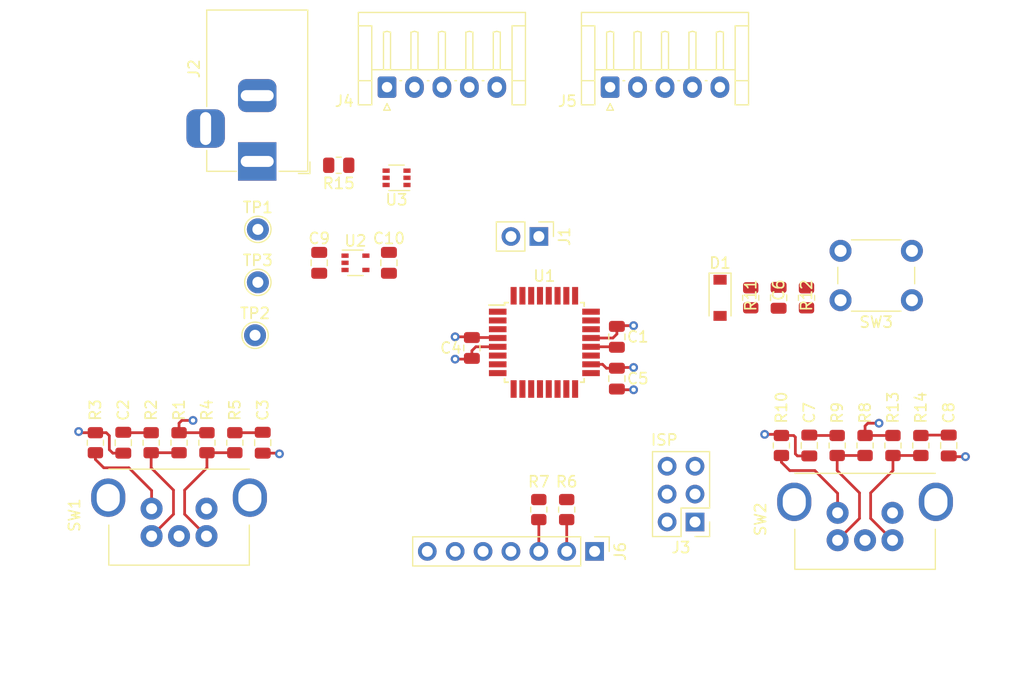
<source format=kicad_pcb>
(kicad_pcb (version 20211014) (generator pcbnew)
  (layers (0 "F.Cu" signal) (1 "In1.Cu" signal) (2 "In2.Cu" signal) (31 "B.Cu" signal) (34 "B.Paste" user) (35 "F.Paste" user) (36 "B.SilkS" user "B.Silkscreen") (37 "F.SilkS" user "F.Silkscreen") (38 "B.Mask" user) (39 "F.Mask" user) (44 "Edge.Cuts" user))
  (net 0 "")
  (net 1 "Net-(C1-Pad1)")
  (net 2 "GND")
  (net 3 "/ENC1_A")
  (net 4 "/ENC1_B")
  (net 5 "+3.3V")
  (net 6 "/~{RST}")
  (net 7 "/ENC2_A")
  (net 8 "/ENC2_B")
  (net 9 "+5V")
  (net 10 "/RXD")
  (net 11 "/TXD")
  (net 12 "/MISO")
  (net 13 "/SCK")
  (net 14 "/MOSI")
  (net 15 "/RING_SDA")
  (net 16 "/RING_SCL")
  (net 17 "/RING_SDB")
  (net 18 "/DISP_SDA")
  (net 19 "/DISP_SCL")
  (net 20 "/DISP_RST")
  (net 21 "/DISP_DC")
  (net 22 "/DISP_CS")
  (net 23 "Net-(R1-Pad2)")
  (net 24 "/ENC1_SW")
  (net 25 "Net-(R4-Pad2)")
  (net 26 "Net-(R8-Pad2)")
  (net 27 "/ENC2_SW")
  (net 28 "Net-(R12-Pad2)")
  (net 29 "Net-(R13-Pad2)")
  (footprint "Resistor_SMD:R_0805_2012Metric" (layer "F.Cu") (at 99.06 128.016 90)
    (fp_text reference "R2" (at 1.905 0 90) (layer "F.SilkS") (effects (justify left)))
    (fp_text value "10k")
    (fp_line (start -0.227064 -0.735) (end 0.227064 -0.735) (layer "F.SilkS") (width 0.12))
    (fp_line (start -0.227064 0.735) (end 0.227064 0.735) (layer "F.SilkS") (width 0.12))
    (pad "1" smd roundrect (at -0.9125 0 90) (size 1.025 1.4) (layers "F.Cu" "F.Paste" "F.Mask") (roundrect_rratio 0.243902) (net 23 "Net-(R1-Pad2)"))
    (pad "2" smd roundrect (at 0.9125 0 90) (size 1.025 1.4) (layers "F.Cu" "F.Paste" "F.Mask") (roundrect_rratio 0.243902) (net 3 "/ENC1_A"))
  )
  (footprint "Button_Switch_THT:SW_PUSH_6mm" (layer "F.Cu") (at 168.35 115.026 180)
    (fp_text reference "SW3" (at 3.25 -2) (layer "F.SilkS"))
    (fp_text value "SW_RESET")
    (fp_line (start 1 5.5) (end 5.5 5.5) (layer "F.SilkS") (width 0.12))
    (fp_line (start 5.5 -1) (end 1 -1) (layer "F.SilkS") (width 0.12))
    (fp_line (start 6.75 3) (end 6.75 1.5) (layer "F.SilkS") (width 0.12))
    (fp_line (start -0.25 1.5) (end -0.25 3) (layer "F.SilkS") (width 0.12))
    (pad "1" thru_hole circle (at 0 0 270) (size 2 2) (drill 1.1) (layers *.Cu *.Mask) (net 28 "Net-(R12-Pad2)"))
    (pad "1" thru_hole circle (at 6.5 0 270) (size 2 2) (drill 1.1) (layers *.Cu *.Mask) (net 28 "Net-(R12-Pad2)"))
    (pad "2" thru_hole circle (at 6.5 4.5 270) (size 2 2) (drill 1.1) (layers *.Cu *.Mask) (net 2 "GND"))
    (pad "2" thru_hole circle (at 0 4.5 270) (size 2 2) (drill 1.1) (layers *.Cu *.Mask) (net 2 "GND"))
  )
  (footprint "Capacitor_SMD:C_0805_2012Metric" (layer "F.Cu") (at 141.478 122.174 -90)
    (fp_text reference "C5" (at 0 -1.905 180) (layer "F.SilkS"))
    (fp_text value "100n")
    (fp_line (start -0.261252 -0.735) (end 0.261252 -0.735) (layer "F.SilkS") (width 0.12))
    (fp_line (start -0.261252 0.735) (end 0.261252 0.735) (layer "F.SilkS") (width 0.12))
    (pad "1" smd roundrect (at -0.95 0 270) (size 1 1.45) (layers "F.Cu" "F.Paste" "F.Mask") (net 5 "+3.3V"))
    (pad "2" smd roundrect (at 0.95 0 270) (size 1 1.45) (layers "F.Cu" "F.Paste" "F.Mask") (net 2 "GND"))
  )
  (footprint "Resistor_SMD:R_0805_2012Metric" (layer "F.Cu") (at 153.67 114.808 -90)
    (fp_text reference "R11" (at -1.778 0 90) (layer "F.SilkS") (effects (justify right)))
    (fp_text value "10k")
    (fp_line (start -0.227064 0.735) (end 0.227064 0.735) (layer "F.SilkS") (width 0.12))
    (fp_line (start -0.227064 -0.735) (end 0.227064 -0.735) (layer "F.SilkS") (width 0.12))
    (pad "1" smd roundrect (at -0.9125 0 270) (size 1.025 1.4) (layers "F.Cu" "F.Paste" "F.Mask") (roundrect_rratio 0.243902) (net 5 "+3.3V"))
    (pad "2" smd roundrect (at 0.9125 0 270) (size 1.025 1.4) (layers "F.Cu" "F.Paste" "F.Mask") (roundrect_rratio 0.243902) (net 6 "/~{RST}"))
  )
  (footprint "Resistor_SMD:R_0805_2012Metric" (layer "F.Cu") (at 93.98 128.016 90)
    (fp_text reference "R3" (at 1.905 0 270) (layer "F.SilkS") (effects (justify left)))
    (fp_text value "10k")
    (fp_line (start -0.227064 -0.735) (end 0.227064 -0.735) (layer "F.SilkS") (width 0.12))
    (fp_line (start -0.227064 0.735) (end 0.227064 0.735) (layer "F.SilkS") (width 0.12))
    (pad "1" smd roundrect (at -0.9125 0 90) (size 1.025 1.4) (layers "F.Cu" "F.Paste" "F.Mask") (roundrect_rratio 0.243902) (net 24 "/ENC1_SW"))
    (pad "2" smd roundrect (at 0.9125 0 90) (size 1.025 1.4) (layers "F.Cu" "F.Paste" "F.Mask") (roundrect_rratio 0.243902) (net 2 "GND"))
  )
  (footprint "Resistor_SMD:R_0805_2012Metric" (layer "F.Cu") (at 104.14 128.016 -90)
    (fp_text reference "R4" (at -1.905 0 -90) (layer "F.SilkS") (effects (justify left)))
    (fp_text value "10k")
    (fp_line (start -0.227064 0.735) (end 0.227064 0.735) (layer "F.SilkS") (width 0.12))
    (fp_line (start -0.227064 -0.735) (end 0.227064 -0.735) (layer "F.SilkS") (width 0.12))
    (pad "1" smd roundrect (at -0.9125 0 270) (size 1.025 1.4) (layers "F.Cu" "F.Paste" "F.Mask") (roundrect_rratio 0.243902) (net 5 "+3.3V"))
    (pad "2" smd roundrect (at 0.9125 0 270) (size 1.025 1.4) (layers "F.Cu" "F.Paste" "F.Mask") (roundrect_rratio 0.243902) (net 25 "Net-(R4-Pad2)"))
  )
  (footprint "Capacitor_SMD:C_0805_2012Metric" (layer "F.Cu") (at 128.27 119.38 -90)
    (fp_text reference "C4" (at 0 1.905 180) (layer "F.SilkS"))
    (fp_text value "100n")
    (fp_line (start -0.261252 -0.735) (end 0.261252 -0.735) (layer "F.SilkS") (width 0.12))
    (fp_line (start -0.261252 0.735) (end 0.261252 0.735) (layer "F.SilkS") (width 0.12))
    (pad "1" smd roundrect (at -0.95 0 270) (size 1 1.45) (layers "F.Cu" "F.Paste" "F.Mask") (net 5 "+3.3V"))
    (pad "2" smd roundrect (at 0.95 0 270) (size 1 1.45) (layers "F.Cu" "F.Paste" "F.Mask") (net 2 "GND"))
  )
  (footprint "Connector_PinHeader_2.54mm:PinHeader_1x07_P2.54mm_Vertical" (layer "F.Cu") (at 139.451 137.922 -90)
    (fp_text reference "J6" (at 0 -2.33 90) (layer "F.SilkS"))
    (fp_text value "OLED_Display")
    (fp_line (start -1.33 -1.33) (end 0 -1.33) (layer "F.SilkS") (width 0.12))
    (fp_line (start -1.33 1.27) (end -1.33 16.57) (layer "F.SilkS") (width 0.12))
    (fp_line (start 1.33 1.27) (end 1.33 16.57) (layer "F.SilkS") (width 0.12))
    (fp_line (start -1.33 16.57) (end 1.33 16.57) (layer "F.SilkS") (width 0.12))
    (fp_line (start -1.33 1.27) (end 1.33 1.27) (layer "F.SilkS") (width 0.12))
    (fp_line (start -1.33 0) (end -1.33 -1.33) (layer "F.SilkS") (width 0.12))
    (pad "1" thru_hole rect (at 0 0 270) (size 1.7 1.7) (drill 1) (layers *.Cu *.Mask) (net 5 "+3.3V"))
    (pad "2" thru_hole oval (at 0 2.54 270) (size 1.7 1.7) (drill 1) (layers *.Cu *.Mask) (net 18 "/DISP_SDA"))
    (pad "3" thru_hole oval (at 0 5.08 270) (size 1.7 1.7) (drill 1) (layers *.Cu *.Mask) (net 19 "/DISP_SCL"))
    (pad "4" thru_hole oval (at 0 7.62 270) (size 1.7 1.7) (drill 1) (layers *.Cu *.Mask) (net 20 "/DISP_RST"))
    (pad "5" thru_hole oval (at 0 10.16 270) (size 1.7 1.7) (drill 1) (layers *.Cu *.Mask) (net 21 "/DISP_DC"))
    (pad "6" thru_hole oval (at 0 12.7 270) (size 1.7 1.7) (drill 1) (layers *.Cu *.Mask) (net 22 "/DISP_CS"))
    (pad "7" thru_hole oval (at 0 15.24 270) (size 1.7 1.7) (drill 1) (layers *.Cu *.Mask) (net 2 "GND"))
  )
  (footprint "TestPoint:TestPoint_THTPad_D2.0mm_Drill1.0mm" (layer "F.Cu") (at 108.778 113.396)
    (fp_text reference "TP3" (at 0 -1.998) (layer "F.SilkS"))
    (fp_text value "TestPoint")
    (fp_circle (center 0 0) (end 0 1.2) (layer "F.SilkS") (width 0.12) (fill none))
    (pad "1" thru_hole circle (at 0 0) (size 2 2) (drill 1) (layers *.Cu *.Mask) (net 5 "+3.3V"))
  )
  (footprint "Package_TO_SOT_SMD:SOT-363_SC-70-6" (layer "F.Cu") (at 121.4095 103.871 180)
    (fp_text reference "U3" (at 0 -2) (layer "F.SilkS"))
    (fp_text value "DRTR5V0U4S-7")
    (fp_line (start 0.7 -1.16) (end -1.2 -1.16) (layer "F.SilkS") (width 0.12))
    (fp_line (start -0.7 1.16) (end 0.7 1.16) (layer "F.SilkS") (width 0.12))
    (pad "1" smd rect (at -0.95 -0.65 180) (size 0.65 0.4) (layers "F.Cu" "F.Paste" "F.Mask") (net 15 "/RING_SDA"))
    (pad "2" smd rect (at -0.95 0 180) (size 0.65 0.4) (layers "F.Cu" "F.Paste" "F.Mask") (net 2 "GND"))
    (pad "3" smd rect (at -0.95 0.65 180) (size 0.65 0.4) (layers "F.Cu" "F.Paste" "F.Mask") (net 16 "/RING_SCL"))
    (pad "4" smd rect (at 0.95 0.65 180) (size 0.65 0.4) (layers "F.Cu" "F.Paste" "F.Mask") (net 17 "/RING_SDB"))
    (pad "5" smd rect (at 0.95 0 180) (size 0.65 0.4) (layers "F.Cu" "F.Paste" "F.Mask") (net 9 "+5V"))
    (pad "6" smd rect (at 0.95 -0.65 180) (size 0.65 0.4) (layers "F.Cu" "F.Paste" "F.Mask"))
  )
  (footprint "Resistor_SMD:R_0805_2012Metric" (layer "F.Cu") (at 106.68 128.016 90)
    (fp_text reference "R5" (at 1.905 0 270) (layer "F.SilkS") (effects (justify left)))
    (fp_text value "10k")
    (fp_line (start -0.227064 0.735) (end 0.227064 0.735) (layer "F.SilkS") (width 0.12))
    (fp_line (start -0.227064 -0.735) (end 0.227064 -0.735) (layer "F.SilkS") (width 0.12))
    (pad "1" smd roundrect (at -0.9125 0 90) (size 1.025 1.4) (layers "F.Cu" "F.Paste" "F.Mask") (roundrect_rratio 0.243902) (net 25 "Net-(R4-Pad2)"))
    (pad "2" smd roundrect (at 0.9125 0 90) (size 1.025 1.4) (layers "F.Cu" "F.Paste" "F.Mask") (roundrect_rratio 0.243902) (net 4 "/ENC1_B"))
  )
  (footprint "Capacitor_SMD:C_0805_2012Metric" (layer "F.Cu") (at 171.704 128.27 90)
    (fp_text reference "C8" (at 1.905 0 90) (layer "F.SilkS") (effects (justify left)))
    (fp_text value "0.01u")
    (fp_line (start -0.261252 0.735) (end 0.261252 0.735) (layer "F.SilkS") (width 0.12))
    (fp_line (start -0.261252 -0.735) (end 0.261252 -0.735) (layer "F.SilkS") (width 0.12))
    (pad "1" smd roundrect (at -0.95 0 90) (size 1 1.45) (layers "F.Cu" "F.Paste" "F.Mask") (net 2 "GND"))
    (pad "2" smd roundrect (at 0.95 0 90) (size 1 1.45) (layers "F.Cu" "F.Paste" "F.Mask") (net 8 "/ENC2_B"))
  )
  (footprint "Capacitor_SMD:C_0805_2012Metric" (layer "F.Cu") (at 96.52 128.016 -90)
    (fp_text reference "C2" (at -1.905 0 -90) (layer "F.SilkS") (effects (justify left)))
    (fp_text value "0.01u")
    (fp_line (start -0.261252 -0.735) (end 0.261252 -0.735) (layer "F.SilkS") (width 0.12))
    (fp_line (start -0.261252 0.735) (end 0.261252 0.735) (layer "F.SilkS") (width 0.12))
    (pad "1" smd roundrect (at -0.95 0 270) (size 1 1.45) (layers "F.Cu" "F.Paste" "F.Mask") (net 3 "/ENC1_A"))
    (pad "2" smd roundrect (at 0.95 0 270) (size 1 1.45) (layers "F.Cu" "F.Paste" "F.Mask") (net 2 "GND"))
  )
  (footprint "TestPoint:TestPoint_THTPad_D2.0mm_Drill1.0mm" (layer "F.Cu") (at 108.524 118.222)
    (fp_text reference "TP2" (at 0 -1.998) (layer "F.SilkS"))
    (fp_text value "TestPoint")
    (fp_circle (center 0 0) (end 0 1.2) (layer "F.SilkS") (width 0.12) (fill none))
    (pad "1" thru_hole circle (at 0 0) (size 2 2) (drill 1) (layers *.Cu *.Mask) (net 2 "GND"))
  )
  (footprint "Capacitor_SMD:C_0805_2012Metric" (layer "F.Cu") (at 120.716 111.618 -90)
    (fp_text reference "C10" (at -2.225 0 180) (layer "F.SilkS"))
    (fp_text value "1u")
    (fp_line (start -0.261252 0.735) (end 0.261252 0.735) (layer "F.SilkS") (width 0.12))
    (fp_line (start -0.261252 -0.735) (end 0.261252 -0.735) (layer "F.SilkS") (width 0.12))
    (pad "1" smd roundrect (at -0.95 0 270) (size 1 1.45) (layers "F.Cu" "F.Paste" "F.Mask") (net 5 "+3.3V"))
    (pad "2" smd roundrect (at 0.95 0 270) (size 1 1.45) (layers "F.Cu" "F.Paste" "F.Mask") (net 2 "GND"))
  )
  (footprint "Resistor_SMD:R_0805_2012Metric" (layer "F.Cu") (at 116.144 102.728 180)
    (fp_text reference "R15" (at 0 -1.65) (layer "F.SilkS"))
    (fp_text value "100k")
    (fp_line (start -0.227064 -0.735) (end 0.227064 -0.735) (layer "F.SilkS") (width 0.12))
    (fp_line (start -0.227064 0.735) (end 0.227064 0.735) (layer "F.SilkS") (width 0.12))
    (pad "1" smd roundrect (at -0.9125 0 180) (size 1.025 1.4) (layers "F.Cu" "F.Paste" "F.Mask") (roundrect_rratio 0.243902) (net 17 "/RING_SDB"))
    (pad "2" smd roundrect (at 0.9125 0 180) (size 1.025 1.4) (layers "F.Cu" "F.Paste" "F.Mask") (roundrect_rratio 0.243902) (net 2 "GND"))
  )
  (footprint "Resistor_SMD:R_0805_2012Metric" (layer "F.Cu") (at 166.624 128.27 -90)
    (fp_text reference "R13" (at -1.905 0 -90) (layer "F.SilkS") (effects (justify left)))
    (fp_text value "10k")
    (fp_line (start -0.227064 -0.735) (end 0.227064 -0.735) (layer "F.SilkS") (width 0.12))
    (fp_line (start -0.227064 0.735) (end 0.227064 0.735) (layer "F.SilkS") (width 0.12))
    (pad "1" smd roundrect (at -0.9125 0 270) (size 1.025 1.4) (layers "F.Cu" "F.Paste" "F.Mask") (roundrect_rratio 0.243902) (net 5 "+3.3V"))
    (pad "2" smd roundrect (at 0.9125 0 270) (size 1.025 1.4) (layers "F.Cu" "F.Paste" "F.Mask") (roundrect_rratio 0.243902) (net 29 "Net-(R13-Pad2)"))
  )
  (footprint "Resistor_SMD:R_0805_2012Metric" (layer "F.Cu") (at 101.6 128.016 -90)
    (fp_text reference "R1" (at -1.905 0 -90) (layer "F.SilkS") (effects (justify left)))
    (fp_text value "10k")
    (fp_line (start -0.227064 -0.735) (end 0.227064 -0.735) (layer "F.SilkS") (width 0.12))
    (fp_line (start -0.227064 0.735) (end 0.227064 0.735) (layer "F.SilkS") (width 0.12))
    (pad "1" smd roundrect (at -0.9125 0 270) (size 1.025 1.4) (layers "F.Cu" "F.Paste" "F.Mask") (roundrect_rratio 0.243902) (net 5 "+3.3V"))
    (pad "2" smd roundrect (at 0.9125 0 270) (size 1.025 1.4) (layers "F.Cu" "F.Paste" "F.Mask") (roundrect_rratio 0.243902) (net 23 "Net-(R1-Pad2)"))
  )
  (footprint "Connector_PinHeader_2.54mm:PinHeader_2x03_P2.54mm_Vertical" (layer "F.Cu") (at 148.595 135.24 180)
    (fp_text reference "J3" (at 1.27 -2.33) (layer "F.SilkS"))
    (fp_text value "AVR-ISP-6")
    (fp_line (start -1.33 6.41) (end 3.87 6.41) (layer "F.SilkS") (width 0.12))
    (fp_line (start 3.87 -1.33) (end 3.87 6.41) (layer "F.SilkS") (width 0.12))
    (fp_line (start -1.33 -1.33) (end 0 -1.33) (layer "F.SilkS") (width 0.12))
    (fp_line (start 1.27 -1.33) (end 3.87 -1.33) (layer "F.SilkS") (width 0.12))
    (fp_line (start 1.27 1.27) (end 1.27 -1.33) (layer "F.SilkS") (width 0.12))
    (fp_line (start -1.33 1.27) (end -1.33 6.41) (layer "F.SilkS") (width 0.12))
    (fp_line (start -1.33 0) (end -1.33 -1.33) (layer "F.SilkS") (width 0.12))
    (fp_line (start -1.33 1.27) (end 1.27 1.27) (layer "F.SilkS") (width 0.12))
    (pad "1" thru_hole rect (at 0 0 180) (size 1.7 1.7) (drill 1) (layers *.Cu *.Mask) (net 12 "/MISO"))
    (pad "2" thru_hole oval (at 2.54 0 180) (size 1.7 1.7) (drill 1) (layers *.Cu *.Mask) (net 5 "+3.3V"))
    (pad "3" thru_hole oval (at 0 2.54 180) (size 1.7 1.7) (drill 1) (layers *.Cu *.Mask) (net 13 "/SCK"))
    (pad "4" thru_hole oval (at 2.54 2.54 180) (size 1.7 1.7) (drill 1) (layers *.Cu *.Mask) (net 14 "/MOSI"))
    (pad "5" thru_hole oval (at 0 5.08 180) (size 1.7 1.7) (drill 1) (layers *.Cu *.Mask) (net 6 "/~{RST}"))
    (pad "6" thru_hole oval (at 2.54 5.08 180) (size 1.7 1.7) (drill 1) (layers *.Cu *.Mask) (net 2 "GND"))
  )
  (footprint "earendel:PEC12R-2120F-S0012" (layer "F.Cu") (at 164.084 136.906)
    (fp_text reference "SW2" (at -9.525 -1.905 90 unlocked) (layer "F.SilkS"))
    (fp_text value "PEC12R-2120F-S0012")
    (fp_line (start -6.4 2.65) (end -6.4 -1) (layer "F.SilkS") (width 0.12))
    (fp_line (start 6.4 2.65) (end 6.4 -1) (layer "F.SilkS") (width 0.12))
    (fp_line (start -6.35 2.65) (end 6.4 2.65) (layer "F.SilkS") (width 0.12))
    (fp_line (start -6.4 -6.1) (end 6.4 -6.1) (layer "F.SilkS") (width 0.12))
    (pad "" thru_hole oval (at -6.45 -3.5) (size 3.1 3.5) (drill oval 2.1 2.5) (layers *.Cu *.Mask))
    (pad "" thru_hole oval (at 6.45 -3.5) (size 3.1 3.5) (drill oval 2.1 2.5) (layers *.Cu *.Mask))
    (pad "A" thru_hole circle (at -2.5 0) (size 2 2) (drill 1) (layers *.Cu *.Mask) (net 26 "Net-(R8-Pad2)"))
    (pad "B" thru_hole circle (at 2.5 0) (size 2 2) (drill 1) (layers *.Cu *.Mask) (net 29 "Net-(R13-Pad2)"))
    (pad "C" thru_hole circle (at 0 0) (size 2 2) (drill 1) (layers *.Cu *.Mask) (net 2 "GND"))
    (pad "S1" thru_hole circle (at -2.5 -2.5) (size 2 2) (drill 1) (layers *.Cu *.Mask) (net 27 "/ENC2_SW"))
    (pad "S2" thru_hole circle (at 2.5 -2.5) (size 2 2) (drill 1) (layers *.Cu *.Mask) (net 5 "+3.3V"))
  )
  (footprint "Resistor_SMD:R_0805_2012Metric" (layer "F.Cu") (at 158.75 114.808 90)
    (fp_text reference "R12" (at 1.778 0 90) (layer "F.SilkS") (effects (justify right)))
    (fp_text value "330")
    (fp_line (start -0.227064 0.735) (end 0.227064 0.735) (layer "F.SilkS") (width 0.12))
    (fp_line (start -0.227064 -0.735) (end 0.227064 -0.735) (layer "F.SilkS") (width 0.12))
    (pad "1" smd roundrect (at -0.9125 0 90) (size 1.025 1.4) (layers "F.Cu" "F.Paste" "F.Mask") (roundrect_rratio 0.243902) (net 6 "/~{RST}"))
    (pad "2" smd roundrect (at 0.9125 0 90) (size 1.025 1.4) (layers "F.Cu" "F.Paste" "F.Mask") (roundrect_rratio 0.243902) (net 28 "Net-(R12-Pad2)"))
  )
  (footprint "Connector_PinHeader_2.54mm:PinHeader_1x02_P2.54mm_Vertical" (layer "F.Cu") (at 134.371 109.22 -90)
    (fp_text reference "J1" (at 0 -2.33 90) (layer "F.SilkS"))
    (fp_text value "UART")
    (fp_line (start -1.33 -1.33) (end 0 -1.33) (layer "F.SilkS") (width 0.12))
    (fp_line (start 1.33 1.27) (end 1.33 3.87) (layer "F.SilkS") (width 0.12))
    (fp_line (start -1.33 1.27) (end -1.33 3.87) (layer "F.SilkS") (width 0.12))
    (fp_line (start -1.33 3.87) (end 1.33 3.87) (layer "F.SilkS") (width 0.12))
    (fp_line (start -1.33 1.27) (end 1.33 1.27) (layer "F.SilkS") (width 0.12))
    (fp_line (start -1.33 0) (end -1.33 -1.33) (layer "F.SilkS") (width 0.12))
    (pad "1" thru_hole rect (at 0 0 270) (size 1.7 1.7) (drill 1) (layers *.Cu *.Mask) (net 10 "/RXD"))
    (pad "2" thru_hole oval (at 0 2.54 270) (size 1.7 1.7) (drill 1) (layers *.Cu *.Mask) (net 11 "/TXD"))
  )
  (footprint "Capacitor_SMD:C_0805_2012Metric" (layer "F.Cu") (at 141.478 118.364 90)
    (fp_text reference "C1" (at 0 1.905 180) (layer "F.SilkS"))
    (fp_text value "100n")
    (fp_line (start -0.261252 0.735) (end 0.261252 0.735) (layer "F.SilkS") (width 0.12))
    (fp_line (start -0.261252 -0.735) (end 0.261252 -0.735) (layer "F.SilkS") (width 0.12))
    (pad "1" smd roundrect (at -0.95 0 90) (size 1 1.45) (layers "F.Cu" "F.Paste" "F.Mask") (net 1 "Net-(C1-Pad1)"))
    (pad "2" smd roundrect (at 0.95 0 90) (size 1 1.45) (layers "F.Cu" "F.Paste" "F.Mask") (net 2 "GND"))
  )
  (footprint "Resistor_SMD:R_0805_2012Metric" (layer "F.Cu") (at 161.544 128.27 90)
    (fp_text reference "R9" (at 1.905 0 90) (layer "F.SilkS") (effects (justify left)))
    (fp_text value "10k")
    (fp_line (start -0.227064 -0.735) (end 0.227064 -0.735) (layer "F.SilkS") (width 0.12))
    (fp_line (start -0.227064 0.735) (end 0.227064 0.735) (layer "F.SilkS") (width 0.12))
    (pad "1" smd roundrect (at -0.9125 0 90) (size 1.025 1.4) (layers "F.Cu" "F.Paste" "F.Mask") (roundrect_rratio 0.243902) (net 26 "Net-(R8-Pad2)"))
    (pad "2" smd roundrect (at 0.9125 0 90) (size 1.025 1.4) (layers "F.Cu" "F.Paste" "F.Mask") (roundrect_rratio 0.243902) (net 7 "/ENC2_A"))
  )
  (footprint "Capacitor_SMD:C_0805_2012Metric" (layer "F.Cu") (at 159.004 128.27 -90)
    (fp_text reference "C7" (at -1.905 0 -90) (layer "F.SilkS") (effects (justify left)))
    (fp_text value "0.01u")
    (fp_line (start -0.261252 0.735) (end 0.261252 0.735) (layer "F.SilkS") (width 0.12))
    (fp_line (start -0.261252 -0.735) (end 0.261252 -0.735) (layer "F.SilkS") (width 0.12))
    (pad "1" smd roundrect (at -0.95 0 270) (size 1 1.45) (layers "F.Cu" "F.Paste" "F.Mask") (net 7 "/ENC2_A"))
    (pad "2" smd roundrect (at 0.95 0 270) (size 1 1.45) (layers "F.Cu" "F.Paste" "F.Mask") (net 2 "GND"))
  )
  (footprint "Package_QFP:TQFP-32_7x7mm_P0.8mm" (layer "F.Cu") (at 134.874 118.872)
    (fp_text reference "U1" (at 0 -6.05) (layer "F.SilkS"))
    (fp_text value "ATmega88PB-A")
    (fp_line (start -3.625 -3.625) (end -3.625 -3.4) (layer "F.SilkS") (width 0.15))
    (fp_line (start -3.625 -3.4) (end -5.05 -3.4) (layer "F.SilkS") (width 0.15))
    (fp_line (start -3.625 -3.625) (end -3.3 -3.625) (layer "F.SilkS") (width 0.15))
    (fp_line (start -3.625 3.625) (end -3.3 3.625) (layer "F.SilkS") (width 0.15))
    (fp_line (start 3.625 3.625) (end 3.3 3.625) (layer "F.SilkS") (width 0.15))
    (fp_line (start 3.625 -3.625) (end 3.3 -3.625) (layer "F.SilkS") (width 0.15))
    (fp_line (start 3.625 -3.625) (end 3.625 -3.3) (layer "F.SilkS") (width 0.15))
    (fp_line (start -3.625 3.625) (end -3.625 3.3) (layer "F.SilkS") (width 0.15))
    (fp_line (start 3.625 3.625) (end 3.625 3.3) (layer "F.SilkS") (width 0.15))
    (pad "1" smd rect (at -4.25 -2.8) (size 1.6 0.55) (layers "F.Cu" "F.Paste" "F.Mask") (net 3 "/ENC1_A"))
    (pad "2" smd rect (at -4.25 -2) (size 1.6 0.55) (layers "F.Cu" "F.Paste" "F.Mask") (net 4 "/ENC1_B"))
    (pad "3" smd rect (at -4.25 -1.2) (size 1.6 0.55) (layers "F.Cu" "F.Paste" "F.Mask"))
    (pad "4" smd rect (at -4.25 -0.4) (size 1.6 0.55) (layers "F.Cu" "F.Paste" "F.Mask") (net 5 "+3.3V"))
    (pad "5" smd rect (at -4.25 0.4) (size 1.6 0.55) (layers "F.Cu" "F.Paste" "F.Mask") (net 2 "GND"))
    (pad "6" smd rect (at -4.25 1.2) (size 1.6 0.55) (layers "F.Cu" "F.Paste" "F.Mask"))
    (pad "7" smd rect (at -4.25 2) (size 1.6 0.55) (layers "F.Cu" "F.Paste" "F.Mask"))
    (pad "8" smd rect (at -4.25 2.8) (size 1.6 0.55) (layers "F.Cu" "F.Paste" "F.Mask"))
    (pad "9" smd rect (at -2.8 4.25 90) (size 1.6 0.55) (layers "F.Cu" "F.Paste" "F.Mask"))
    (pad "10" smd rect (at -2 4.25 90) (size 1.6 0.55) (layers "F.Cu" "F.Paste" "F.Mask"))
    (pad "11" smd rect (at -1.2 4.25 90) (size 1.6 0.55) (layers "F.Cu" "F.Paste" "F.Mask"))
    (pad "12" smd rect (at -0.4 4.25 90) (size 1.6 0.55) (layers "F.Cu" "F.Paste" "F.Mask") (net 21 "/DISP_DC"))
    (pad "13" smd rect (at 0.4 4.25 90) (size 1.6 0.55) (layers "F.Cu" "F.Paste" "F.Mask") (net 20 "/DISP_RST"))
    (pad "14" smd rect (at 1.2 4.25 90) (size 1.6 0.55) (layers "F.Cu" "F.Paste" "F.Mask") (net 22 "/DISP_CS"))
    (pad "15" smd rect (at 2 4.25 90) (size 1.6 0.55) (layers "F.Cu" "F.Paste" "F.Mask") (net 14 "/MOSI"))
    (pad "16" smd rect (at 2.8 4.25 90) (size 1.6 0.55) (layers "F.Cu" "F.Paste" "F.Mask") (net 12 "/MISO"))
    (pad "17" smd rect (at 4.25 2.8) (size 1.6 0.55) (layers "F.Cu" "F.Paste" "F.Mask") (net 13 "/SCK"))
    (pad "18" smd rect (at 4.25 2) (size 1.6 0.55) (layers "F.Cu" "F.Paste" "F.Mask") (net 5 "+3.3V"))
    (pad "19" smd rect (at 4.25 1.2) (size 1.6 0.55) (layers "F.Cu" "F.Paste" "F.Mask"))
    (pad "20" smd rect (at 4.25 0.4) (size 1.6 0.55) (layers "F.Cu" "F.Paste" "F.Mask") (net 1 "Net-(C1-Pad1)"))
    (pad "21" smd rect (at 4.25 -0.4) (size 1.6 0.55) (layers "F.Cu" "F.Paste" "F.Mask") (net 2 "GND"))
    (pad "22" smd rect (at 4.25 -1.2) (size 1.6 0.55) (layers "F.Cu" "F.Paste" "F.Mask"))
    (pad "23" smd rect (at 4.25 -2) (size 1.6 0.55) (layers "F.Cu" "F.Paste" "F.Mask") (net 27 "/ENC2_SW"))
    (pad "24" smd rect (at 4.25 -2.8) (size 1.6 0.55) (layers "F.Cu" "F.Paste" "F.Mask") (net 7 "/ENC2_A"))
    (pad "25" smd rect (at 2.8 -4.25 90) (size 1.6 0.55) (layers "F.Cu" "F.Paste" "F.Mask") (net 8 "/ENC2_B"))
    (pad "26" smd rect (at 2 -4.25 90) (size 1.6 0.55) (layers "F.Cu" "F.Paste" "F.Mask") (net 17 "/RING_SDB"))
    (pad "27" smd rect (at 1.2 -4.25 90) (size 1.6 0.55) (layers "F.Cu" "F.Paste" "F.Mask") (net 15 "/RING_SDA"))
    (pad "28" smd rect (at 0.4 -4.25 90) (size 1.6 0.55) (layers "F.Cu" "F.Paste" "F.Mask") (net 16 "/RING_SCL"))
    (pad "29" smd rect (at -0.4 -4.25 90) (size 1.6 0.55) (layers "F.Cu" "F.Paste" "F.Mask") (net 6 "/~{RST}"))
    (pad "30" smd rect (at -1.2 -4.25 90) (size 1.6 0.55) (layers "F.Cu" "F.Paste" "F.Mask") (net 10 "/RXD"))
    (pad "31" smd rect (at -2 -4.25 90) (size 1.6 0.55) (layers "F.Cu" "F.Paste" "F.Mask") (net 11 "/TXD"))
    (pad "32" smd rect (at -2.8 -4.25 90) (size 1.6 0.55) (layers "F.Cu" "F.Paste" "F.Mask") (net 24 "/ENC1_SW"))
  )
  (footprint "Resistor_SMD:R_0805_2012Metric" (layer "F.Cu") (at 136.906 134.112 -90)
    (fp_text reference "R6" (at -2.54 0 180) (layer "F.SilkS"))
    (fp_text value "330")
    (fp_line (start -0.227064 0.735) (end 0.227064 0.735) (layer "F.SilkS") (width 0.12))
    (fp_line (start -0.227064 -0.735) (end 0.227064 -0.735) (layer "F.SilkS") (width 0.12))
    (pad "1" smd roundrect (at -0.9125 0 270) (size 1.025 1.4) (layers "F.Cu" "F.Paste" "F.Mask") (roundrect_rratio 0.243902) (net 14 "/MOSI"))
    (pad "2" smd roundrect (at 0.9125 0 270) (size 1.025 1.4) (layers "F.Cu" "F.Paste" "F.Mask") (roundrect_rratio 0.243902) (net 18 "/DISP_SDA"))
  )
  (footprint "TestPoint:TestPoint_THTPad_D2.0mm_Drill1.0mm" (layer "F.Cu") (at 108.778 108.57)
    (fp_text reference "TP1" (at 0 -1.998) (layer "F.SilkS"))
    (fp_text value "TestPoint")
    (fp_circle (center 0 0) (end 0 1.2) (layer "F.SilkS") (width 0.12) (fill none))
    (pad "1" thru_hole circle (at 0 0) (size 2 2) (drill 1) (layers *.Cu *.Mask) (net 9 "+5V"))
  )
  (footprint "Package_TO_SOT_SMD:SOT-353_SC-70-5" (layer "F.Cu") (at 117.668 111.618)
    (fp_text reference "U2" (at 0 -2) (layer "F.SilkS"))
    (fp_text value "MIC5365-3.3YC5")
    (fp_line (start 0.7 -1.16) (end -1.2 -1.16) (layer "F.SilkS") (width 0.12))
    (fp_line (start -0.7 1.16) (end 0.7 1.16) (layer "F.SilkS") (width 0.12))
    (pad "1" smd rect (at -0.95 -0.65) (size 0.65 0.4) (layers "F.Cu" "F.Paste" "F.Mask") (net 9 "+5V"))
    (pad "2" smd rect (at -0.95 0) (size 0.65 0.4) (layers "F.Cu" "F.Paste" "F.Mask") (net 2 "GND"))
    (pad "3" smd rect (at -0.95 0.65) (size 0.65 0.4) (layers "F.Cu" "F.Paste" "F.Mask") (net 9 "+5V"))
    (pad "4" smd rect (at 0.95 0.65) (size 0.65 0.4) (layers "F.Cu" "F.Paste" "F.Mask"))
    (pad "5" smd rect (at 0.95 -0.65) (size 0.65 0.4) (layers "F.Cu" "F.Paste" "F.Mask") (net 5 "+3.3V"))
  )
  (footprint "Capacitor_SMD:C_0805_2012Metric" (layer "F.Cu") (at 114.366 111.618 -90)
    (fp_text reference "C9" (at -2.225 0 180) (layer "F.SilkS"))
    (fp_text value "1u")
    (fp_line (start -0.261252 0.735) (end 0.261252 0.735) (layer "F.SilkS") (width 0.12))
    (fp_line (start -0.261252 -0.735) (end 0.261252 -0.735) (layer "F.SilkS") (width 0.12))
    (pad "1" smd roundrect (at -0.95 0 270) (size 1 1.45) (layers "F.Cu" "F.Paste" "F.Mask") (net 9 "+5V"))
    (pad "2" smd roundrect (at 0.95 0 270) (size 1 1.45) (layers "F.Cu" "F.Paste" "F.Mask") (net 2 "GND"))
  )
  (footprint "Resistor_SMD:R_0805_2012Metric" (layer "F.Cu") (at 134.366 134.112 -90)
    (fp_text reference "R7" (at -2.54 0 180) (layer "F.SilkS"))
    (fp_text value "330")
    (fp_line (start -0.227064 0.735) (end 0.227064 0.735) (layer "F.SilkS") (width 0.12))
    (fp_line (start -0.227064 -0.735) (end 0.227064 -0.735) (layer "F.SilkS") (width 0.12))
    (pad "1" smd roundrect (at -0.9125 0 270) (size 1.025 1.4) (layers "F.Cu" "F.Paste" "F.Mask") (roundrect_rratio 0.243902) (net 13 "/SCK"))
    (pad "2" smd roundrect (at 0.9125 0 270) (size 1.025 1.4) (layers "F.Cu" "F.Paste" "F.Mask") (roundrect_rratio 0.243902) (net 19 "/DISP_SCL"))
  )
  (footprint "Resistor_SMD:R_0805_2012Metric" (layer "F.Cu") (at 164.084 128.27 -90)
    (fp_text reference "R8" (at -1.905 0 90) (layer "F.SilkS") (effects (justify left)))
    (fp_text value "10k")
    (fp_line (start -0.227064 -0.735) (end 0.227064 -0.735) (layer "F.SilkS") (width 0.12))
    (fp_line (start -0.227064 0.735) (end 0.227064 0.735) (layer "F.SilkS") (width 0.12))
    (pad "1" smd roundrect (at -0.9125 0 270) (size 1.025 1.4) (layers "F.Cu" "F.Paste" "F.Mask") (roundrect_rratio 0.243902) (net 5 "+3.3V"))
    (pad "2" smd roundrect (at 0.9125 0 270) (size 1.025 1.4) (layers "F.Cu" "F.Paste" "F.Mask") (roundrect_rratio 0.243902) (net 26 "Net-(R8-Pad2)"))
  )
  (footprint "Resistor_SMD:R_0805_2012Metric" (layer "F.Cu") (at 156.464 128.27 90)
    (fp_text reference "R10" (at 1.905 0 270) (layer "F.SilkS") (effects (justify left)))
    (fp_text value "10k")
    (fp_line (start -0.227064 -0.735) (end 0.227064 -0.735) (layer "F.SilkS") (width 0.12))
    (fp_line (start -0.227064 0.735) (end 0.227064 0.735) (layer "F.SilkS") (width 0.12))
    (pad "1" smd roundrect (at -0.9125 0 90) (size 1.025 1.4) (layers "F.Cu" "F.Paste" "F.Mask") (roundrect_rratio 0.243902) (net 27 "/ENC2_SW"))
    (pad "2" smd roundrect (at 0.9125 0 90) (size 1.025 1.4) (layers "F.Cu" "F.Paste" "F.Mask") (roundrect_rratio 0.243902) (net 2 "GND"))
  )
  (footprint "Diode_SMD:D_SOD-123" (layer "F.Cu") (at 150.876 114.808 -90)
    (fp_text reference "D1" (at -3.175 0) (layer "F.SilkS"))
    (fp_text value "1N4148W")
    (fp_line (start -2.25 -1) (end -2.25 1) (layer "F.SilkS") (width 0.12))
    (fp_line (start -2.25 1) (end 1.65 1) (layer "F.SilkS") (width 0.12))
    (fp_line (start -2.25 -1) (end 1.65 -1) (layer "F.SilkS") (width 0.12))
    (pad "1" smd rect (at -1.65 0 270) (size 0.9 1.2) (layers "F.Cu" "F.Paste" "F.Mask") (net 5 "+3.3V"))
    (pad "2" smd rect (at 1.65 0 270) (size 0.9 1.2) (layers "F.Cu" "F.Paste" "F.Mask") (net 6 "/~{RST}"))
  )
  (footprint "Connector_JST:JST_EH_S5B-EH_1x05_P2.50mm_Horizontal" (layer "F.Cu") (at 120.542 95.6085)
    (fp_text reference "J4" (at -3.89 1.2775) (layer "F.SilkS"))
    (fp_text value "JST_EH_S5B-EH")
    (fp_line (start 7.5 -1.59) (end 7.18 -1.59) (layer "F.SilkS") (width 0.12))
    (fp_line (start -0.3 2.1) (end 0.3 2.1) (layer "F.SilkS") (width 0.12))
    (fp_line (start 7.18 -5.01) (end 7.5 -5.09) (layer "F.SilkS") (width 0.12))
    (fp_line (start 11.39 -5.59) (end 11.39 -0.59) (layer "F.SilkS") (width 0.12))
    (fp_line (start 3.67 -0.59) (end 3.83 -0.59) (layer "F.SilkS") (width 0.12))
    (fp_line (start 1.17 -0.59) (end 1.33 -0.59) (layer "F.SilkS") (width 0.12))
    (fp_line (start 9.68 -5.01) (end 10 -5.09) (layer "F.SilkS") (width 0.12))
    (fp_line (start 0 -5.09) (end 0.32 -5.01) (layer "F.SilkS") (width 0.12))
    (fp_line (start 12.61 1.61) (end 11.39 1.61) (layer "F.SilkS") (width 0.12))
    (fp_line (start -1.39 -0.59) (end -1.39 1.61) (layer "F.SilkS") (width 0.12))
    (fp_line (start 2.82 -1.59) (end 2.5 -1.59) (layer "F.SilkS") (width 0.12))
    (fp_line (start 2.18 -5.01) (end 2.5 -5.09) (layer "F.SilkS") (width 0.12))
    (fp_line (start 0 -1.59) (end -0.32 -1.59) (layer "F.SilkS") (width 0.12))
    (fp_line (start 12.61 -6.81) (end 12.61 1.61) (layer "F.SilkS") (width 0.12))
    (fp_line (start 5.32 -5.01) (end 5.32 -1.59) (layer "F.SilkS") (width 0.12))
    (fp_line (start 10 -5.09) (end 10.32 -5.01) (layer "F.SilkS") (width 0.12))
    (fp_line (start 2.82 -5.01) (end 2.82 -1.59) (layer "F.SilkS") (width 0.12))
    (fp_line (start 9.68 -1.59) (end 9.68 -5.01) (layer "F.SilkS") (width 0.12))
    (fp_line (start 7.82 -1.59) (end 7.5 -1.59) (layer "F.SilkS") (width 0.12))
    (fp_line (start -2.61 -5.59) (end -1.39 -5.59) (layer "F.SilkS") (width 0.12))
    (fp_line (start 5 -1.59) (end 4.68 -1.59) (layer "F.SilkS") (width 0.12))
    (fp_line (start -1.39 1.61) (end -2.61 1.61) (layer "F.SilkS") (width 0.12))
    (fp_line (start 7.18 -1.59) (end 7.18 -5.01) (layer "F.SilkS") (width 0.12))
    (fp_line (start -1.39 -0.59) (end -2.61 -0.59) (layer "F.SilkS") (width 0.12))
    (fp_line (start -0.32 -5.01) (end 0 -5.09) (layer "F.SilkS") (width 0.12))
    (fp_line (start 4.68 -1.59) (end 4.68 -5.01) (layer "F.SilkS") (width 0.12))
    (fp_line (start 10 -1.59) (end 9.68 -1.59) (layer "F.SilkS") (width 0.12))
    (fp_line (start 10.32 -1.59) (end 10 -1.59) (layer "F.SilkS") (width 0.12))
    (fp_line (start 0 1.5) (end -0.3 2.1) (layer "F.SilkS") (width 0.12))
    (fp_line (start 12.61 -5.59) (end 11.39 -5.59) (layer "F.SilkS") (width 0.12))
    (fp_line (start 5 -5.09) (end 5.32 -5.01) (layer "F.SilkS") (width 0.12))
    (fp_line (start -2.61 1.61) (end -2.61 -6.81) (layer "F.SilkS") (width 0.12))
    (fp_line (start -1.39 -5.59) (end -1.39 -0.59) (layer "F.SilkS") (width 0.12))
    (fp_line (start 0.32 -1.59) (end 0 -1.59) (layer "F.SilkS") (width 0.12))
    (fp_line (start 5.32 -1.59) (end 5 -1.59) (layer "F.SilkS") (width 0.12))
    (fp_line (start 2.5 -1.59) (end 2.18 -1.59) (layer "F.SilkS") (width 0.12))
    (fp_line (start 11.39 -0.59) (end 12.61 -0.59) (layer "F.SilkS") (width 0.12))
    (fp_line (start 10.32 -5.01) (end 10.32 -1.59) (layer "F.SilkS") (width 0.12))
    (fp_line (start 6.17 -0.59) (end 6.33 -0.59) (layer "F.SilkS") (width 0.12))
    (fp_line (start 7.5 -5.09) (end 7.82 -5.01) (layer "F.SilkS") (width 0.12))
    (fp_line (start -0.32 -1.59) (end -0.32 -5.01) (layer "F.SilkS") (width 0.12))
    (fp_line (start 2.18 -1.59) (end 2.18 -5.01) (layer "F.SilkS") (width 0.12))
    (fp_line (start 7.82 -5.01) (end 7.82 -1.59) (layer "F.SilkS") (width 0.12))
    (fp_line (start 0.3 2.1) (end 0 1.5) (layer "F.SilkS") (width 0.12))
    (fp_line (start 4.68 -5.01) (end 5 -5.09) (layer "F.SilkS") (width 0.12))
    (fp_line (start 0.32 -5.01) (end 0.32 -1.59) (layer "F.SilkS") (width 0.12))
    (fp_line (start 2.5 -5.09) (end 2.82 -5.01) (layer "F.SilkS") (width 0.12))
    (fp_line (start 11.39 1.61) (end 11.39 -0.59) (layer "F.SilkS") (width 0.12))
    (fp_line (start 8.67 -0.59) (end 8.83 -0.59) (layer "F.SilkS") (width 0.12))
    (fp_line (start -2.61 -6.81) (end 12.61 -6.81) (layer "F.SilkS") (width 0.12))
    (fp_line (start -1.39 -1.59) (end 11.39 -1.59) (layer "F.SilkS") (width 0.12))
    (pad "1" thru_hole roundrect (at 0 0) (size 1.7 1.95) (drill 0.95) (layers *.Cu *.Mask) (roundrect_rratio 0.147059) (net 9 "+5V"))
    (pad "2" thru_hole oval (at 2.5 0) (size 1.7 1.95) (drill 0.95) (layers *.Cu *.Mask) (net 15 "/RING_SDA"))
    (pad "3" thru_hole oval (at 5 0) (size 1.7 1.95) (drill 0.95) (layers *.Cu *.Mask) (net 16 "/RING_SCL"))
    (pad "4" thru_hole oval (at 7.5 0) (size 1.7 1.95) (drill 0.95) (layers *.Cu *.Mask) (net 17 "/RING_SDB"))
    (pad "5" thru_hole oval (at 10 0) (size 1.7 1.95) (drill 0.95) (layers *.Cu *.Mask) (net 2 "GND"))
  )
  (footprint "Connector_BarrelJack:BarrelJack_Horizontal" (layer "F.Cu") (at 108.7195 102.378 -90)
    (fp_text reference "J2" (at -8.45 5.75 90) (layer "F.SilkS"))
    (fp_text value "Barrel_Jack_Switch")
    (fp_line (start 0.9 -4.6) (end 0.9 -2) (layer "F.SilkS") (width 0.12))
    (fp_line (start 1.1 -3.75) (end 1.1 -4.8) (layer "F.SilkS") (width 0.12))
    (fp_line (start -5 4.6) (end -13.8 4.6) (layer "F.SilkS") (width 0.12))
    (fp_line (start -13.8 4.6) (end -13.8 -4.6) (layer "F.SilkS") (width 0.12))
    (fp_line (start 0.9 1.9) (end 0.9 4.6) (layer "F.SilkS") (width 0.12))
    (fp_line (start -13.8 -4.6) (end 0.9 -4.6) (layer "F.SilkS") (width 0.12))
    (fp_line (start 0.05 -4.8) (end 1.1 -4.8) (layer "F.SilkS") (width 0.12))
    (fp_line (start 0.9 4.6) (end -1 4.6) (layer "F.SilkS") (width 0.12))
    (pad "1" thru_hole rect (at 0 0 270) (size 3.5 3.5) (drill oval 1 3) (layers *.Cu *.Mask) (net 9 "+5V"))
    (pad "2" thru_hole roundrect (at -6 0 270) (size 3 3.5) (drill oval 1 3) (layers *.Cu *.Mask) (net 2 "GND"))
    (pad "3" thru_hole roundrect (at -3 4.7 270) (size 3.5 3.5) (drill oval 3 1) (layers *.Cu *.Mask) (net 2 "GND"))
  )
  (footprint "Connector_JST:JST_EH_S5B-EH_1x05_P2.50mm_Horizontal" (layer "F.Cu") (at 140.862 95.6085)
    (fp_text reference "J5" (at -3.89 1.2775) (layer "F.SilkS"))
    (fp_text value "JST_EH_S5B-EH")
    (fp_line (start 7.5 -1.59) (end 7.18 -1.59) (layer "F.SilkS") (width 0.12))
    (fp_line (start 2.82 -5.01) (end 2.82 -1.59) (layer "F.SilkS") (width 0.12))
    (fp_line (start -2.61 -5.59) (end -1.39 -5.59) (layer "F.SilkS") (width 0.12))
    (fp_line (start 5.32 -5.01) (end 5.32 -1.59) (layer "F.SilkS") (width 0.12))
    (fp_line (start 6.17 -0.59) (end 6.33 -0.59) (layer "F.SilkS") (width 0.12))
    (fp_line (start 7.5 -5.09) (end 7.82 -5.01) (layer "F.SilkS") (width 0.12))
    (fp_line (start 7.18 -1.59) (end 7.18 -5.01) (layer "F.SilkS") (width 0.12))
    (fp_line (start 0.3 2.1) (end 0 1.5) (layer "F.SilkS") (width 0.12))
    (fp_line (start 4.68 -5.01) (end 5 -5.09) (layer "F.SilkS") (width 0.12))
    (fp_line (start 5 -1.59) (end 4.68 -1.59) (layer "F.SilkS") (width 0.12))
    (fp_line (start 2.5 -5.09) (end 2.82 -5.01) (layer "F.SilkS") (width 0.12))
    (fp_line (start 8.67 -0.59) (end 8.83 -0.59) (layer "F.SilkS") (width 0.12))
    (fp_line (start 0 1.5) (end -0.3 2.1) (layer "F.SilkS") (width 0.12))
    (fp_line (start 5 -5.09) (end 5.32 -5.01) (layer "F.SilkS") (width 0.12))
    (fp_line (start 1.17 -0.59) (end 1.33 -0.59) (layer "F.SilkS") (width 0.12))
    (fp_line (start -1.39 -5.59) (end -1.39 -0.59) (layer "F.SilkS") (width 0.12))
    (fp_line (start -2.61 1.61) (end -2.61 -6.81) (layer "F.SilkS") (width 0.12))
    (fp_line (start 5.32 -1.59) (end 5 -1.59) (layer "F.SilkS") (width 0.12))
    (fp_line (start 2.18 -1.59) (end 2.18 -5.01) (layer "F.SilkS") (width 0.12))
    (fp_line (start 11.39 -0.59) (end 12.61 -0.59) (layer "F.SilkS") (width 0.12))
    (fp_line (start 0 -1.59) (end -0.32 -1.59) (layer "F.SilkS") (width 0.12))
    (fp_line (start 11.39 1.61) (end 11.39 -0.59) (layer "F.SilkS") (width 0.12))
    (fp_line (start 9.68 -5.01) (end 10 -5.09) (layer "F.SilkS") (width 0.12))
    (fp_line (start 9.68 -1.59) (end 9.68 -5.01) (layer "F.SilkS") (width 0.12))
    (fp_line (start 0.32 -1.59) (end 0 -1.59) (layer "F.SilkS") (width 0.12))
    (fp_line (start 11.39 -5.59) (end 11.39 -0.59) (layer "F.SilkS") (width 0.12))
    (fp_line (start 10 -1.59) (end 9.68 -1.59) (layer "F.SilkS") (width 0.12))
    (fp_line (start 10.32 -5.01) (end 10.32 -1.59) (layer "F.SilkS") (width 0.12))
    (fp_line (start 2.18 -5.01) (end 2.5 -5.09) (layer "F.SilkS") (width 0.12))
    (fp_line (start 0.32 -5.01) (end 0.32 -1.59) (layer "F.SilkS") (width 0.12))
    (fp_line (start -1.39 -1.59) (end 11.39 -1.59) (layer "F.SilkS") (width 0.12))
    (fp_line (start 10.32 -1.59) (end 10 -1.59) (layer "F.SilkS") (width 0.12))
    (fp_line (start -1.39 -0.59) (end -1.39 1.61) (layer "F.SilkS") (width 0.12))
    (fp_line (start 10 -5.09) (end 10.32 -5.01) (layer "F.SilkS") (width 0.12))
    (fp_line (start 2.82 -1.59) (end 2.5 -1.59) (layer "F.SilkS") (width 0.12))
    (fp_line (start 3.67 -0.59) (end 3.83 -0.59) (layer "F.SilkS") (width 0.12))
    (fp_line (start 4.68 -1.59) (end 4.68 -5.01) (layer "F.SilkS") (width 0.12))
    (fp_line (start 7.18 -5.01) (end 7.5 -5.09) (layer "F.SilkS") (width 0.12))
    (fp_line (start 2.5 -1.59) (end 2.18 -1.59) (layer "F.SilkS") (width 0.12))
    (fp_line (start -1.39 1.61) (end -2.61 1.61) (layer "F.SilkS") (width 0.12))
    (fp_line (start -0.32 -1.59) (end -0.32 -5.01) (layer "F.SilkS") (width 0.12))
    (fp_line (start -2.61 -6.81) (end 12.61 -6.81) (layer "F.SilkS") (width 0.12))
    (fp_line (start 7.82 -5.01) (end 7.82 -1.59) (layer "F.SilkS") (width 0.12))
    (fp_line (start 12.61 -5.59) (end 11.39 -5.59) (layer "F.SilkS") (width 0.12))
    (fp_line (start -1.39 -0.59) (end -2.61 -0.59) (layer "F.SilkS") (width 0.12))
    (fp_line (start 7.82 -1.59) (end 7.5 -1.59) (layer "F.SilkS") (width 0.12))
    (fp_line (start 0 -5.09) (end 0.32 -5.01) (layer "F.SilkS") (width 0.12))
    (fp_line (start 12.61 1.61) (end 11.39 1.61) (layer "F.SilkS") (width 0.12))
    (fp_line (start -0.3 2.1) (end 0.3 2.1) (layer "F.SilkS") (width 0.12))
    (fp_line (start -0.32 -5.01) (end 0 -5.09) (layer "F.SilkS") (width 0.12))
    (fp_line (start 12.61 -6.81) (end 12.61 1.61) (layer "F.SilkS") (width 0.12))
    (pad "1" thru_hole roundrect (at 0 0) (size 1.7 1.95) (drill 0.95) (layers *.Cu *.Mask) (roundrect_rratio 0.147059) (net 9 "+5V"))
    (pad "2" thru_hole oval (at 2.5 0) (size 1.7 1.95) (drill 0.95) (layers *.Cu *.Mask) (net 15 "/RING_SDA"))
    (pad "3" thru_hole oval (at 5 0) (size 1.7 1.95) (drill 0.95) (layers *.Cu *.Mask) (net 16 "/RING_SCL"))
    (pad "4" thru_hole oval (at 7.5 0) (size 1.7 1.95) (drill 0.95) (layers *.Cu *.Mask) (net 17 "/RING_SDB"))
    (pad "5" thru_hole oval (at 10 0) (size 1.7 1.95) (drill 0.95) (layers *.Cu *.Mask) (net 2 "GND"))
  )
  (footprint "Resistor_SMD:R_0805_2012Metric" (layer "F.Cu") (at 169.164 128.27 90)
    (fp_text reference "R14" (at 1.905 0 270) (layer "F.SilkS") (effects (justify left)))
    (fp_text value "10k")
    (fp_line (start -0.227064 -0.735) (end 0.227064 -0.735) (layer "F.SilkS") (width 0.12))
    (fp_line (start -0.227064 0.735) (end 0.227064 0.735) (layer "F.SilkS") (width 0.12))
    (pad "1" smd roundrect (at -0.9125 0 90) (size 1.025 1.4) (layers "F.Cu" "F.Paste" "F.Mask") (roundrect_rratio 0.243902) (net 29 "Net-(R13-Pad2)"))
    (pad "2" smd roundrect (at 0.9125 0 90) (size 1.025 1.4) (layers "F.Cu" "F.Paste" "F.Mask") (roundrect_rratio 0.243902) (net 8 "/ENC2_B"))
  )
  (footprint "Capacitor_SMD:C_0805_2012Metric" (layer "F.Cu") (at 156.21 114.808 90)
    (fp_text reference "C6" (at 1.778 0 90) (layer "F.SilkS") (effects (justify right)))
    (fp_text value "100n")
    (fp_line (start -0.261252 -0.735) (end 0.261252 -0.735) (layer "F.SilkS") (width 0.12))
    (fp_line (start -0.261252 0.735) (end 0.261252 0.735) (layer "F.SilkS") (width 0.12))
    (pad "1" smd roundrect (at -0.95 0 90) (size 1 1.45) (layers "F.Cu" "F.Paste" "F.Mask") (net 6 "/~{RST}"))
    (pad "2" smd roundrect (at 0.95 0 90) (size 1 1.45) (layers "F.Cu" "F.Paste" "F.Mask") (net 2 "GND"))
  )
  (footprint "Capacitor_SMD:C_0805_2012Metric" (layer "F.Cu") (at 109.22 128.016 90)
    (fp_text reference "C3" (at 1.905 0 270) (layer "F.SilkS") (effects (justify left)))
    (fp_text value "0.01u")
    (fp_line (start -0.261252 -0.735) (end 0.261252 -0.735) (layer "F.SilkS") (width 0.12))
    (fp_line (start -0.261252 0.735) (end 0.261252 0.735) (layer "F.SilkS") (width 0.12))
    (pad "1" smd roundrect (at -0.95 0 90) (size 1 1.45) (layers "F.Cu" "F.Paste" "F.Mask") (net 2 "GND"))
    (pad "2" smd roundrect (at 0.95 0 90) (size 1 1.45) (layers "F.Cu" "F.Paste" "F.Mask") (net 4 "/ENC1_B"))
  )
  (footprint "earendel:PEC12R-2120F-S0012" (layer "F.Cu") (at 101.6 136.525)
    (fp_text reference "SW1" (at -9.525 -1.905 90 unlocked) (layer "F.SilkS"))
    (fp_text value "PEC12R-2120F-S0012")
    (fp_line (start 6.4 2.65) (end 6.4 -1) (layer "F.SilkS") (width 0.12))
    (fp_line (start -6.4 2.65) (end -6.4 -1) (layer "F.SilkS") (width 0.12))
    (fp_line (start -6.4 -6.1) (end 6.4 -6.1) (layer "F.SilkS") (width 0.12))
    (fp_line (start -6.35 2.65) (end 6.4 2.65) (layer "F.SilkS") (width 0.12))
    (pad "" thru_hole oval (at 6.45 -3.5) (size 3.1 3.5) (drill oval 2.1 2.5) (layers *.Cu *.Mask))
    (pad "" thru_hole oval (at -6.45 -3.5) (size 3.1 3.5) (drill oval 2.1 2.5) (layers *.Cu *.Mask))
    (pad "A" thru_hole circle (at -2.5 0) (size 2 2) (drill 1) (layers *.Cu *.Mask) (net 23 "Net-(R1-Pad2)"))
    (pad "B" thru_hole circle (at 2.5 0) (size 2 2) (drill 1) (layers *.Cu *.Mask) (net 25 "Net-(R4-Pad2)"))
    (pad "C" thru_hole circle (at 0 0) (size 2 2) (drill 1) (layers *.Cu *.Mask) (net 2 "GND"))
    (pad "S1" thru_hole circle (at -2.5 -2.5) (size 2 2) (drill 1) (layers *.Cu *.Mask) (net 24 "/ENC1_SW"))
    (pad "S2" thru_hole circle (at 2.5 -2.5) (size 2 2) (drill 1) (layers *.Cu *.Mask) (net 5 "+3.3V"))
  )
  (gr_text "ISP" (at 145.796 127.762) (layer "F.SilkS") (effects (font (size 1 1))))
  (segment (start 139.124 119.272) (end 141.436 119.272) (width 0.25) (layer "F.Cu") (net 1))
  (segment (start 141.436 119.272) (end 141.478 119.314) (width 0.25) (layer "F.Cu") (net 1))
  (segment (start 143.002 123.19) (end 141.544 123.19) (width 0.25) (layer "F.Cu") (net 2))
  (segment (start 95.25 127.381) (end 94.9725 127.1035) (width 0.25) (layer "F.Cu") (net 2))
  (segment (start 156.3605 127.254) (end 156.464 127.3575) (width 0.25) (layer "F.Cu") (net 2))
  (segment (start 141.544 123.19) (end 141.478 123.124) (width 0.25) (layer "F.Cu") (net 2))
  (segment (start 157.922 129.22) (end 159.004 129.22) (width 0.25) (layer "F.Cu") (net 2))
  (segment (start 110.744 129.032) (end 110.678 128.966) (width 0.25) (layer "F.Cu") (net 2))
  (segment (start 141.116 118.472) (end 139.124 118.472) (width 0.25) (layer "F.Cu") (net 2))
  (segment (start 157.734 127.508) (end 157.734 129.032) (width 0.25) (layer "F.Cu") (net 2))
  (segment (start 157.734 129.032) (end 157.922 129.22) (width 0.25) (layer "F.Cu") (net 2))
  (segment (start 143.002 117.348) (end 141.544 117.348) (width 0.25) (layer "F.Cu") (net 2))
  (segment (start 156.464 127.3575) (end 157.5835 127.3575) (width 0.25) (layer "F.Cu") (net 2))
  (segment (start 92.5595 127.1035) (end 93.98 127.1035) (width 0.25) (layer "F.Cu") (net 2))
  (segment (start 157.5835 127.3575) (end 157.734 127.508) (width 0.25) (layer "F.Cu") (net 2))
  (segment (start 171.77 129.286) (end 171.704 129.22) (width 0.25) (layer "F.Cu") (net 2))
  (segment (start 154.94 127.254) (end 156.3605 127.254) (width 0.25) (layer "F.Cu") (net 2))
  (segment (start 110.678 128.966) (end 109.22 128.966) (width 0.25) (layer "F.Cu") (net 2))
  (segment (start 141.544 117.348) (end 141.478 117.414) (width 0.25) (layer "F.Cu") (net 2))
  (segment (start 94.9725 127.1035) (end 93.98 127.1035) (width 0.25) (layer "F.Cu") (net 2))
  (segment (start 173.228 129.286) (end 171.77 129.286) (width 0.25) (layer "F.Cu") (net 2))
  (segment (start 92.456 127) (end 92.5595 127.1035) (width 0.25) (layer "F.Cu") (net 2))
  (segment (start 95.565 128.966) (end 95.25 128.651) (width 0.25) (layer "F.Cu") (net 2))
  (segment (start 95.25 128.651) (end 95.25 127.381) (width 0.25) (layer "F.Cu") (net 2))
  (segment (start 128.27 119.634) (end 128.632 119.272) (width 0.25) (layer "F.Cu") (net 2))
  (segment (start 128.204 120.396) (end 128.27 120.33) (width 0.25) (layer "F.Cu") (net 2))
  (segment (start 141.478 117.414) (end 141.478 118.11) (width 0.25) (layer "F.Cu") (net 2))
  (segment (start 96.52 128.966) (end 95.565 128.966) (width 0.25) (layer "F.Cu") (net 2))
  (segment (start 128.27 120.33) (end 128.27 119.634) (width 0.25) (layer "F.Cu") (net 2))
  (segment (start 126.746 120.396) (end 128.204 120.396) (width 0.25) (layer "F.Cu") (net 2))
  (segment (start 128.632 119.272) (end 130.624 119.272) (width 0.25) (layer "F.Cu") (net 2))
  (segment (start 141.478 118.11) (end 141.116 118.472) (width 0.25) (layer "F.Cu") (net 2))
  (via (at 143.002 117.348) (size 0.8) (drill 0.4) (layers "F.Cu" "B.Cu") (net 2))
  (via (at 126.746 120.396) (size 0.8) (drill 0.4) (layers "F.Cu" "B.Cu") (net 2))
  (via (at 154.94 127.254) (size 0.8) (drill 0.4) (layers "F.Cu" "B.Cu") (net 2))
  (via (at 110.744 129.032) (size 0.8) (drill 0.4) (layers "F.Cu" "B.Cu") (net 2))
  (via (at 143.002 123.19) (size 0.8) (drill 0.4) (layers "F.Cu" "B.Cu") (net 2))
  (via (at 92.456 127) (size 0.8) (drill 0.4) (layers "F.Cu" "B.Cu") (net 2))
  (via (at 173.228 129.286) (size 0.8) (drill 0.4) (layers "F.Cu" "B.Cu") (net 2))
  (segment (start 96.5575 127.1035) (end 96.52 127.066) (width 0.25) (layer "F.Cu") (net 3))
  (segment (start 99.06 127.1035) (end 96.5575 127.1035) (width 0.25) (layer "F.Cu") (net 3))
  (segment (start 109.1825 127.1035) (end 109.22 127.066) (width 0.25) (layer "F.Cu") (net 4))
  (segment (start 106.68 127.1035) (end 109.1825 127.1035) (width 0.25) (layer "F.Cu") (net 4))
  (segment (start 164.338 126.238) (end 164.084 126.492) (width 0.25) (layer "F.Cu") (net 5))
  (segment (start 140.528 121.224) (end 140.176 120.872) (width 0.25) (layer "F.Cu") (net 5))
  (segment (start 102.87 125.984) (end 101.854 125.984) (width 0.25) (layer "F.Cu") (net 5))
  (segment (start 141.544 121.158) (end 141.478 121.224) (width 0.25) (layer "F.Cu") (net 5))
  (segment (start 164.084 126.492) (end 164.084 127.3575) (width 0.25) (layer "F.Cu") (net 5))
  (segment (start 141.478 121.224) (end 140.528 121.224) (width 0.25) (layer "F.Cu") (net 5))
  (segment (start 126.746 118.364) (end 128.204 118.364) (width 0.25) (layer "F.Cu") (net 5))
  (segment (start 165.354 126.238) (end 164.338 126.238) (width 0.25) (layer "F.Cu") (net 5))
  (segment (start 140.176 120.872) (end 139.124 120.872) (width 0.25) (layer "F.Cu") (net 5))
  (segment (start 130.582 118.43) (end 130.624 118.472) (width 0.25) (layer "F.Cu") (net 5))
  (segment (start 128.204 118.364) (end 128.27 118.43) (width 0.25) (layer "F.Cu") (net 5))
  (segment (start 166.624 127.3575) (end 164.084 127.3575) (width 0.25) (layer "F.Cu") (net 5))
  (segment (start 101.6 126.238) (end 101.6 127.1035) (width 0.25) (layer "F.Cu") (net 5))
  (segment (start 128.27 118.43) (end 130.582 118.43) (width 0.25) (layer "F.Cu") (net 5))
  (segment (start 143.002 121.158) (end 141.544 121.158) (width 0.25) (layer "F.Cu") (net 5))
  (segment (start 101.854 125.984) (end 101.6 126.238) (width 0.25) (layer "F.Cu") (net 5))
  (segment (start 104.14 127.1035) (end 101.6 127.1035) (width 0.25) (layer "F.Cu") (net 5))
  (via (at 165.354 126.238) (size 0.8) (drill 0.4) (layers "F.Cu" "B.Cu") (net 5))
  (via (at 143.002 121.158) (size 0.8) (drill 0.4) (layers "F.Cu" "B.Cu") (net 5))
  (via (at 126.746 118.364) (size 0.8) (drill 0.4) (layers "F.Cu" "B.Cu") (net 5))
  (via (at 102.87 125.984) (size 0.8) (drill 0.4) (layers "F.Cu" "B.Cu") (net 5))
  (segment (start 159.0415 127.3575) (end 159.004 127.32) (width 0.25) (layer "F.Cu") (net 7))
  (segment (start 161.544 127.3575) (end 159.0415 127.3575) (width 0.25) (layer "F.Cu") (net 7))
  (segment (start 169.2015 127.32) (end 169.164 127.3575) (width 0.25) (layer "F.Cu") (net 8))
  (segment (start 171.704 127.32) (end 169.2015 127.32) (width 0.25) (layer "F.Cu") (net 8))
  (segment (start 136.911 135.0295) (end 136.911 137.922) (width 0.25) (layer "F.Cu") (net 18))
  (segment (start 136.906 135.0245) (end 136.911 135.0295) (width 0.25) (layer "F.Cu") (net 18))
  (segment (start 134.371 135.0295) (end 134.371 137.922) (width 0.25) (layer "F.Cu") (net 19))
  (segment (start 134.366 135.0245) (end 134.371 135.0295) (width 0.25) (layer "F.Cu") (net 19))
  (segment (start 99.06 130.302) (end 101.092 132.334) (width 0.25) (layer "F.Cu") (net 23))
  (segment (start 101.092 134.533) (end 101.092 132.334) (width 0.25) (layer "F.Cu") (net 23))
  (segment (start 99.06 128.9285) (end 101.6 128.9285) (width 0.25) (layer "F.Cu") (net 23))
  (segment (start 99.06 128.9285) (end 99.06 130.302) (width 0.25) (layer "F.Cu") (net 23))
  (segment (start 99.1 136.525) (end 101.092 134.533) (width 0.25) (layer "F.Cu") (net 23))
  (segment (start 99.1 132.374) (end 97.028 130.302) (width 0.25) (layer "F.Cu") (net 24))
  (segment (start 93.98 129.54) (end 93.98 128.9285) (width 0.25) (layer "F.Cu") (net 24))
  (segment (start 97.028 130.302) (end 94.742 130.302) (width 0.25) (layer "F.Cu") (net 24))
  (segment (start 99.1 134.025) (end 99.1 132.374) (width 0.25) (layer "F.Cu") (net 24))
  (segment (start 94.742 130.302) (end 93.98 129.54) (width 0.25) (layer "F.Cu") (net 24))
  (segment (start 102.108 134.533) (end 102.108 132.334) (width 0.25) (layer "F.Cu") (net 25))
  (segment (start 104.14 128.9285) (end 104.14 130.302) (width 0.25) (layer "F.Cu") (net 25))
  (segment (start 106.68 128.9285) (end 104.14 128.9285) (width 0.25) (layer "F.Cu") (net 25))
  (segment (start 104.14 130.302) (end 102.108 132.334) (width 0.25) (layer "F.Cu") (net 25))
  (segment (start 104.1 136.525) (end 102.108 134.533) (width 0.25) (layer "F.Cu") (net 25))
  (segment (start 161.584 136.906) (end 163.576 134.914) (width 0.25) (layer "F.Cu") (net 26))
  (segment (start 163.576 134.914) (end 163.576 132.588) (width 0.25) (layer "F.Cu") (net 26))
  (segment (start 164.084 129.1825) (end 161.544 129.1825) (width 0.25) (layer "F.Cu") (net 26))
  (segment (start 161.544 129.1825) (end 161.544 130.556) (width 0.25) (layer "F.Cu") (net 26))
  (segment (start 161.544 130.556) (end 163.576 132.588) (width 0.25) (layer "F.Cu") (net 26))
  (segment (start 161.584 132.628) (end 159.512 130.556) (width 0.25) (layer "F.Cu") (net 27))
  (segment (start 161.584 134.406) (end 161.584 132.628) (width 0.25) (layer "F.Cu") (net 27))
  (segment (start 156.464 129.794) (end 157.226 130.556) (width 0.25) (layer "F.Cu") (net 27))
  (segment (start 156.464 129.1825) (end 156.464 129.794) (width 0.25) (layer "F.Cu") (net 27))
  (segment (start 157.226 130.556) (end 159.512 130.556) (width 0.25) (layer "F.Cu") (net 27))
  (segment (start 164.592 134.914) (end 164.592 132.588) (width 0.25) (layer "F.Cu") (net 29))
  (segment (start 166.624 129.1825) (end 169.164 129.1825) (width 0.25) (layer "F.Cu") (net 29))
  (segment (start 166.624 129.1825) (end 166.624 130.556) (width 0.25) (layer "F.Cu") (net 29))
  (segment (start 166.624 130.556) (end 164.592 132.588) (width 0.25) (layer "F.Cu") (net 29))
  (segment (start 166.584 136.906) (end 164.592 134.914) (width 0.25) (layer "F.Cu") (net 29))
)
</source>
